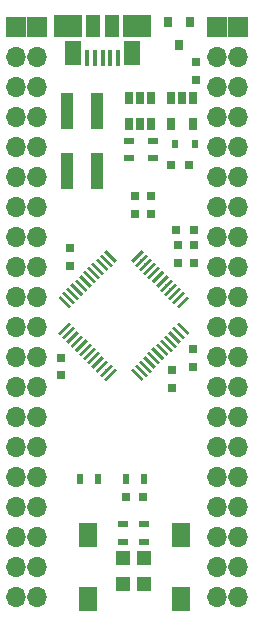
<source format=gts>
G04 #@! TF.GenerationSoftware,KiCad,Pcbnew,no-vcs-found-91ed3e2~59~ubuntu16.04.1*
G04 #@! TF.CreationDate,2017-10-23T14:28:14-03:00*
G04 #@! TF.ProjectId,ciaa-z3r0,636961612D7A3372302E6B696361645F,rev?*
G04 #@! TF.SameCoordinates,Original*
G04 #@! TF.FileFunction,Soldermask,Top*
G04 #@! TF.FilePolarity,Negative*
%FSLAX46Y46*%
G04 Gerber Fmt 4.6, Leading zero omitted, Abs format (unit mm)*
G04 Created by KiCad (PCBNEW no-vcs-found-91ed3e2~59~ubuntu16.04.1) date Mon Oct 23 14:28:14 2017*
%MOMM*%
%LPD*%
G01*
G04 APERTURE LIST*
%ADD10R,0.800000X0.750000*%
%ADD11R,0.750000X0.800000*%
%ADD12R,1.200000X1.200000*%
%ADD13R,0.800000X0.900000*%
%ADD14R,0.600000X0.800000*%
%ADD15O,1.700000X1.700000*%
%ADD16R,1.700000X1.700000*%
%ADD17R,0.450000X1.380000*%
%ADD18R,1.475000X2.100000*%
%ADD19R,2.375000X1.900000*%
%ADD20R,1.175000X1.900000*%
%ADD21R,1.000000X3.150000*%
%ADD22R,0.900000X0.500000*%
%ADD23R,0.500000X0.900000*%
%ADD24R,1.600000X2.000000*%
%ADD25C,0.250000*%
%ADD26C,0.150000*%
%ADD27R,0.650000X1.060000*%
G04 APERTURE END LIST*
D10*
X128528000Y-111555000D03*
X127028000Y-111555000D03*
D11*
X121588000Y-99805000D03*
X121588000Y-101305000D03*
X122318000Y-90525000D03*
X122318000Y-92025000D03*
X130928000Y-100885000D03*
X130928000Y-102385000D03*
X132748000Y-100585000D03*
X132748000Y-99085000D03*
X131468000Y-91785000D03*
X131468000Y-90285000D03*
X127788000Y-86145000D03*
X127788000Y-87645000D03*
X132778000Y-91775000D03*
X132778000Y-90275000D03*
D10*
X132808000Y-88975000D03*
X131308000Y-88975000D03*
X130848000Y-83465000D03*
X132348000Y-83465000D03*
D11*
X132988000Y-76295000D03*
X132988000Y-74795000D03*
X129188000Y-86145000D03*
X129188000Y-87645000D03*
D12*
X126803001Y-116732500D03*
X126803001Y-118932500D03*
D13*
X132468000Y-71345000D03*
X130568000Y-71345000D03*
X131518000Y-73345000D03*
D12*
X128573001Y-118932500D03*
X128573001Y-116732500D03*
D14*
X131208000Y-81715000D03*
X132908000Y-81715000D03*
D15*
X119538000Y-120085000D03*
X119538000Y-117545000D03*
X119538000Y-115005000D03*
X119538000Y-112465000D03*
X119538000Y-109925000D03*
X119538000Y-107385000D03*
X119538000Y-104845000D03*
X119538000Y-102305000D03*
X119538000Y-99765000D03*
X119538000Y-97225000D03*
X119538000Y-94685000D03*
X119538000Y-92145000D03*
X119538000Y-89605000D03*
X119538000Y-87065000D03*
X119538000Y-84525000D03*
X119538000Y-81985000D03*
X119538000Y-79445000D03*
X119538000Y-76905000D03*
X119538000Y-74365000D03*
D16*
X119538000Y-71825000D03*
X134740619Y-71782500D03*
D15*
X134740619Y-74322500D03*
X134740619Y-76862500D03*
X134740619Y-79402500D03*
X134740619Y-81942500D03*
X134740619Y-84482500D03*
X134740619Y-87022500D03*
X134740619Y-89562500D03*
X134740619Y-92102500D03*
X134740619Y-94642500D03*
X134740619Y-97182500D03*
X134740619Y-99722500D03*
X134740619Y-102262500D03*
X134740619Y-104802500D03*
X134740619Y-107342500D03*
X134740619Y-109882500D03*
X134740619Y-112422500D03*
X134740619Y-114962500D03*
X134740619Y-117502500D03*
X134740619Y-120042500D03*
D17*
X126368000Y-74385000D03*
X125718000Y-74385000D03*
X125068000Y-74385000D03*
X124418000Y-74385000D03*
X123768000Y-74385000D03*
D18*
X127530500Y-74025000D03*
X122605500Y-74025000D03*
D19*
X127978000Y-71725000D03*
X122158000Y-71725000D03*
D20*
X125908000Y-71725000D03*
X124228000Y-71725000D03*
D21*
X124628000Y-78940000D03*
X124628000Y-83990000D03*
X122088000Y-78940000D03*
X122088000Y-83990000D03*
D15*
X136538000Y-120035000D03*
X136538000Y-117495000D03*
X136538000Y-114955000D03*
X136538000Y-112415000D03*
X136538000Y-109875000D03*
X136538000Y-107335000D03*
X136538000Y-104795000D03*
X136538000Y-102255000D03*
X136538000Y-99715000D03*
X136538000Y-97175000D03*
X136538000Y-94635000D03*
X136538000Y-92095000D03*
X136538000Y-89555000D03*
X136538000Y-87015000D03*
X136538000Y-84475000D03*
X136538000Y-81935000D03*
X136538000Y-79395000D03*
X136538000Y-76855000D03*
X136538000Y-74315000D03*
D16*
X136538000Y-71775000D03*
X117748000Y-71825000D03*
D15*
X117748000Y-74365000D03*
X117748000Y-76905000D03*
X117748000Y-79445000D03*
X117748000Y-81985000D03*
X117748000Y-84525000D03*
X117748000Y-87065000D03*
X117748000Y-89605000D03*
X117748000Y-92145000D03*
X117748000Y-94685000D03*
X117748000Y-97225000D03*
X117748000Y-99765000D03*
X117748000Y-102305000D03*
X117748000Y-104845000D03*
X117748000Y-107385000D03*
X117748000Y-109925000D03*
X117748000Y-112465000D03*
X117748000Y-115005000D03*
X117748000Y-117545000D03*
X117748000Y-120085000D03*
D22*
X127288000Y-82925000D03*
X127288000Y-81425000D03*
X129318000Y-81415000D03*
X129318000Y-82915000D03*
X126808000Y-115385000D03*
X126808000Y-113885000D03*
D23*
X128548000Y-110035000D03*
X127048000Y-110035000D03*
X124688000Y-110105000D03*
X123188000Y-110105000D03*
D22*
X128588000Y-113875000D03*
X128588000Y-115375000D03*
D24*
X131698000Y-120255000D03*
X131698000Y-114855000D03*
X123818000Y-114805000D03*
X123818000Y-120205000D03*
D25*
X121837542Y-95083629D03*
D26*
G36*
X122385550Y-95454860D02*
X122208773Y-95631637D01*
X121289534Y-94712398D01*
X121466311Y-94535621D01*
X122385550Y-95454860D01*
X122385550Y-95454860D01*
G37*
D25*
X122191095Y-94730076D03*
D26*
G36*
X122739103Y-95101307D02*
X122562326Y-95278084D01*
X121643087Y-94358845D01*
X121819864Y-94182068D01*
X122739103Y-95101307D01*
X122739103Y-95101307D01*
G37*
D25*
X122544649Y-94376522D03*
D26*
G36*
X123092657Y-94747753D02*
X122915880Y-94924530D01*
X121996641Y-94005291D01*
X122173418Y-93828514D01*
X123092657Y-94747753D01*
X123092657Y-94747753D01*
G37*
D25*
X122898202Y-94022969D03*
D26*
G36*
X123446210Y-94394200D02*
X123269433Y-94570977D01*
X122350194Y-93651738D01*
X122526971Y-93474961D01*
X123446210Y-94394200D01*
X123446210Y-94394200D01*
G37*
D25*
X123251755Y-93669416D03*
D26*
G36*
X123799763Y-94040647D02*
X123622986Y-94217424D01*
X122703747Y-93298185D01*
X122880524Y-93121408D01*
X123799763Y-94040647D01*
X123799763Y-94040647D01*
G37*
D25*
X123605309Y-93315862D03*
D26*
G36*
X124153317Y-93687093D02*
X123976540Y-93863870D01*
X123057301Y-92944631D01*
X123234078Y-92767854D01*
X124153317Y-93687093D01*
X124153317Y-93687093D01*
G37*
D25*
X123958862Y-92962309D03*
D26*
G36*
X124506870Y-93333540D02*
X124330093Y-93510317D01*
X123410854Y-92591078D01*
X123587631Y-92414301D01*
X124506870Y-93333540D01*
X124506870Y-93333540D01*
G37*
D25*
X124312416Y-92608755D03*
D26*
G36*
X124860424Y-92979986D02*
X124683647Y-93156763D01*
X123764408Y-92237524D01*
X123941185Y-92060747D01*
X124860424Y-92979986D01*
X124860424Y-92979986D01*
G37*
D25*
X124665969Y-92255202D03*
D26*
G36*
X125213977Y-92626433D02*
X125037200Y-92803210D01*
X124117961Y-91883971D01*
X124294738Y-91707194D01*
X125213977Y-92626433D01*
X125213977Y-92626433D01*
G37*
D25*
X125019522Y-91901649D03*
D26*
G36*
X125567530Y-92272880D02*
X125390753Y-92449657D01*
X124471514Y-91530418D01*
X124648291Y-91353641D01*
X125567530Y-92272880D01*
X125567530Y-92272880D01*
G37*
D25*
X125373076Y-91548095D03*
D26*
G36*
X125921084Y-91919326D02*
X125744307Y-92096103D01*
X124825068Y-91176864D01*
X125001845Y-91000087D01*
X125921084Y-91919326D01*
X125921084Y-91919326D01*
G37*
D25*
X125726629Y-91194542D03*
D26*
G36*
X126274637Y-91565773D02*
X126097860Y-91742550D01*
X125178621Y-90823311D01*
X125355398Y-90646534D01*
X126274637Y-91565773D01*
X126274637Y-91565773D01*
G37*
D25*
X127989371Y-91194542D03*
D26*
G36*
X127618140Y-91742550D02*
X127441363Y-91565773D01*
X128360602Y-90646534D01*
X128537379Y-90823311D01*
X127618140Y-91742550D01*
X127618140Y-91742550D01*
G37*
D25*
X128342924Y-91548095D03*
D26*
G36*
X127971693Y-92096103D02*
X127794916Y-91919326D01*
X128714155Y-91000087D01*
X128890932Y-91176864D01*
X127971693Y-92096103D01*
X127971693Y-92096103D01*
G37*
D25*
X128696478Y-91901649D03*
D26*
G36*
X128325247Y-92449657D02*
X128148470Y-92272880D01*
X129067709Y-91353641D01*
X129244486Y-91530418D01*
X128325247Y-92449657D01*
X128325247Y-92449657D01*
G37*
D25*
X129050031Y-92255202D03*
D26*
G36*
X128678800Y-92803210D02*
X128502023Y-92626433D01*
X129421262Y-91707194D01*
X129598039Y-91883971D01*
X128678800Y-92803210D01*
X128678800Y-92803210D01*
G37*
D25*
X129403584Y-92608755D03*
D26*
G36*
X129032353Y-93156763D02*
X128855576Y-92979986D01*
X129774815Y-92060747D01*
X129951592Y-92237524D01*
X129032353Y-93156763D01*
X129032353Y-93156763D01*
G37*
D25*
X129757138Y-92962309D03*
D26*
G36*
X129385907Y-93510317D02*
X129209130Y-93333540D01*
X130128369Y-92414301D01*
X130305146Y-92591078D01*
X129385907Y-93510317D01*
X129385907Y-93510317D01*
G37*
D25*
X130110691Y-93315862D03*
D26*
G36*
X129739460Y-93863870D02*
X129562683Y-93687093D01*
X130481922Y-92767854D01*
X130658699Y-92944631D01*
X129739460Y-93863870D01*
X129739460Y-93863870D01*
G37*
D25*
X130464245Y-93669416D03*
D26*
G36*
X130093014Y-94217424D02*
X129916237Y-94040647D01*
X130835476Y-93121408D01*
X131012253Y-93298185D01*
X130093014Y-94217424D01*
X130093014Y-94217424D01*
G37*
D25*
X130817798Y-94022969D03*
D26*
G36*
X130446567Y-94570977D02*
X130269790Y-94394200D01*
X131189029Y-93474961D01*
X131365806Y-93651738D01*
X130446567Y-94570977D01*
X130446567Y-94570977D01*
G37*
D25*
X131171351Y-94376522D03*
D26*
G36*
X130800120Y-94924530D02*
X130623343Y-94747753D01*
X131542582Y-93828514D01*
X131719359Y-94005291D01*
X130800120Y-94924530D01*
X130800120Y-94924530D01*
G37*
D25*
X131524905Y-94730076D03*
D26*
G36*
X131153674Y-95278084D02*
X130976897Y-95101307D01*
X131896136Y-94182068D01*
X132072913Y-94358845D01*
X131153674Y-95278084D01*
X131153674Y-95278084D01*
G37*
D25*
X131878458Y-95083629D03*
D26*
G36*
X131507227Y-95631637D02*
X131330450Y-95454860D01*
X132249689Y-94535621D01*
X132426466Y-94712398D01*
X131507227Y-95631637D01*
X131507227Y-95631637D01*
G37*
D25*
X131878458Y-97346371D03*
D26*
G36*
X132426466Y-97717602D02*
X132249689Y-97894379D01*
X131330450Y-96975140D01*
X131507227Y-96798363D01*
X132426466Y-97717602D01*
X132426466Y-97717602D01*
G37*
D25*
X131524905Y-97699924D03*
D26*
G36*
X132072913Y-98071155D02*
X131896136Y-98247932D01*
X130976897Y-97328693D01*
X131153674Y-97151916D01*
X132072913Y-98071155D01*
X132072913Y-98071155D01*
G37*
D25*
X131171351Y-98053478D03*
D26*
G36*
X131719359Y-98424709D02*
X131542582Y-98601486D01*
X130623343Y-97682247D01*
X130800120Y-97505470D01*
X131719359Y-98424709D01*
X131719359Y-98424709D01*
G37*
D25*
X130817798Y-98407031D03*
D26*
G36*
X131365806Y-98778262D02*
X131189029Y-98955039D01*
X130269790Y-98035800D01*
X130446567Y-97859023D01*
X131365806Y-98778262D01*
X131365806Y-98778262D01*
G37*
D25*
X130464245Y-98760584D03*
D26*
G36*
X131012253Y-99131815D02*
X130835476Y-99308592D01*
X129916237Y-98389353D01*
X130093014Y-98212576D01*
X131012253Y-99131815D01*
X131012253Y-99131815D01*
G37*
D25*
X130110691Y-99114138D03*
D26*
G36*
X130658699Y-99485369D02*
X130481922Y-99662146D01*
X129562683Y-98742907D01*
X129739460Y-98566130D01*
X130658699Y-99485369D01*
X130658699Y-99485369D01*
G37*
D25*
X129757138Y-99467691D03*
D26*
G36*
X130305146Y-99838922D02*
X130128369Y-100015699D01*
X129209130Y-99096460D01*
X129385907Y-98919683D01*
X130305146Y-99838922D01*
X130305146Y-99838922D01*
G37*
D25*
X129403584Y-99821245D03*
D26*
G36*
X129951592Y-100192476D02*
X129774815Y-100369253D01*
X128855576Y-99450014D01*
X129032353Y-99273237D01*
X129951592Y-100192476D01*
X129951592Y-100192476D01*
G37*
D25*
X129050031Y-100174798D03*
D26*
G36*
X129598039Y-100546029D02*
X129421262Y-100722806D01*
X128502023Y-99803567D01*
X128678800Y-99626790D01*
X129598039Y-100546029D01*
X129598039Y-100546029D01*
G37*
D25*
X128696478Y-100528351D03*
D26*
G36*
X129244486Y-100899582D02*
X129067709Y-101076359D01*
X128148470Y-100157120D01*
X128325247Y-99980343D01*
X129244486Y-100899582D01*
X129244486Y-100899582D01*
G37*
D25*
X128342924Y-100881905D03*
D26*
G36*
X128890932Y-101253136D02*
X128714155Y-101429913D01*
X127794916Y-100510674D01*
X127971693Y-100333897D01*
X128890932Y-101253136D01*
X128890932Y-101253136D01*
G37*
D25*
X127989371Y-101235458D03*
D26*
G36*
X128537379Y-101606689D02*
X128360602Y-101783466D01*
X127441363Y-100864227D01*
X127618140Y-100687450D01*
X128537379Y-101606689D01*
X128537379Y-101606689D01*
G37*
D25*
X125726629Y-101235458D03*
D26*
G36*
X125355398Y-101783466D02*
X125178621Y-101606689D01*
X126097860Y-100687450D01*
X126274637Y-100864227D01*
X125355398Y-101783466D01*
X125355398Y-101783466D01*
G37*
D25*
X125373076Y-100881905D03*
D26*
G36*
X125001845Y-101429913D02*
X124825068Y-101253136D01*
X125744307Y-100333897D01*
X125921084Y-100510674D01*
X125001845Y-101429913D01*
X125001845Y-101429913D01*
G37*
D25*
X125019522Y-100528351D03*
D26*
G36*
X124648291Y-101076359D02*
X124471514Y-100899582D01*
X125390753Y-99980343D01*
X125567530Y-100157120D01*
X124648291Y-101076359D01*
X124648291Y-101076359D01*
G37*
D25*
X124665969Y-100174798D03*
D26*
G36*
X124294738Y-100722806D02*
X124117961Y-100546029D01*
X125037200Y-99626790D01*
X125213977Y-99803567D01*
X124294738Y-100722806D01*
X124294738Y-100722806D01*
G37*
D25*
X124312416Y-99821245D03*
D26*
G36*
X123941185Y-100369253D02*
X123764408Y-100192476D01*
X124683647Y-99273237D01*
X124860424Y-99450014D01*
X123941185Y-100369253D01*
X123941185Y-100369253D01*
G37*
D25*
X123958862Y-99467691D03*
D26*
G36*
X123587631Y-100015699D02*
X123410854Y-99838922D01*
X124330093Y-98919683D01*
X124506870Y-99096460D01*
X123587631Y-100015699D01*
X123587631Y-100015699D01*
G37*
D25*
X123605309Y-99114138D03*
D26*
G36*
X123234078Y-99662146D02*
X123057301Y-99485369D01*
X123976540Y-98566130D01*
X124153317Y-98742907D01*
X123234078Y-99662146D01*
X123234078Y-99662146D01*
G37*
D25*
X123251755Y-98760584D03*
D26*
G36*
X122880524Y-99308592D02*
X122703747Y-99131815D01*
X123622986Y-98212576D01*
X123799763Y-98389353D01*
X122880524Y-99308592D01*
X122880524Y-99308592D01*
G37*
D25*
X122898202Y-98407031D03*
D26*
G36*
X122526971Y-98955039D02*
X122350194Y-98778262D01*
X123269433Y-97859023D01*
X123446210Y-98035800D01*
X122526971Y-98955039D01*
X122526971Y-98955039D01*
G37*
D25*
X122544649Y-98053478D03*
D26*
G36*
X122173418Y-98601486D02*
X121996641Y-98424709D01*
X122915880Y-97505470D01*
X123092657Y-97682247D01*
X122173418Y-98601486D01*
X122173418Y-98601486D01*
G37*
D25*
X122191095Y-97699924D03*
D26*
G36*
X121819864Y-98247932D02*
X121643087Y-98071155D01*
X122562326Y-97151916D01*
X122739103Y-97328693D01*
X121819864Y-98247932D01*
X121819864Y-98247932D01*
G37*
D25*
X121837542Y-97346371D03*
D26*
G36*
X121466311Y-97894379D02*
X121289534Y-97717602D01*
X122208773Y-96798363D01*
X122385550Y-96975140D01*
X121466311Y-97894379D01*
X121466311Y-97894379D01*
G37*
D27*
X132748000Y-77825000D03*
X131798000Y-77825000D03*
X130848000Y-77825000D03*
X130848000Y-80025000D03*
X132748000Y-80025000D03*
X127288000Y-80005000D03*
X128238000Y-80005000D03*
X129188000Y-80005000D03*
X129188000Y-77805000D03*
X127288000Y-77805000D03*
X128238000Y-77805000D03*
M02*

</source>
